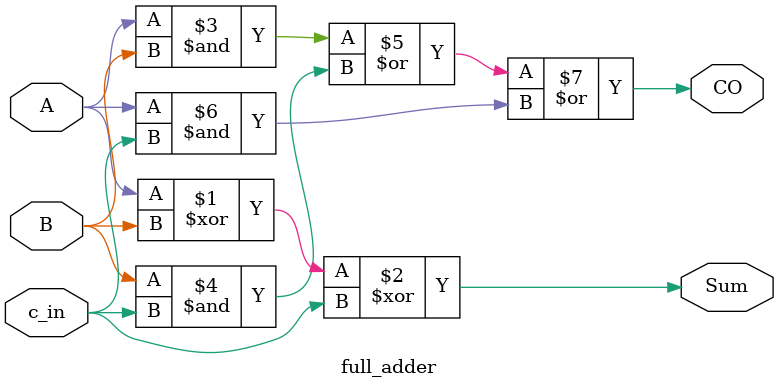
<source format=sv>
module full_adder (
	input A, B, c_in,
	output logic Sum,
	output logic CO
	);
	assign Sum=A^B^c_in;
	assign CO=(A&B)|(B&c_in)|(A&c_in);
	
endmodule

</source>
